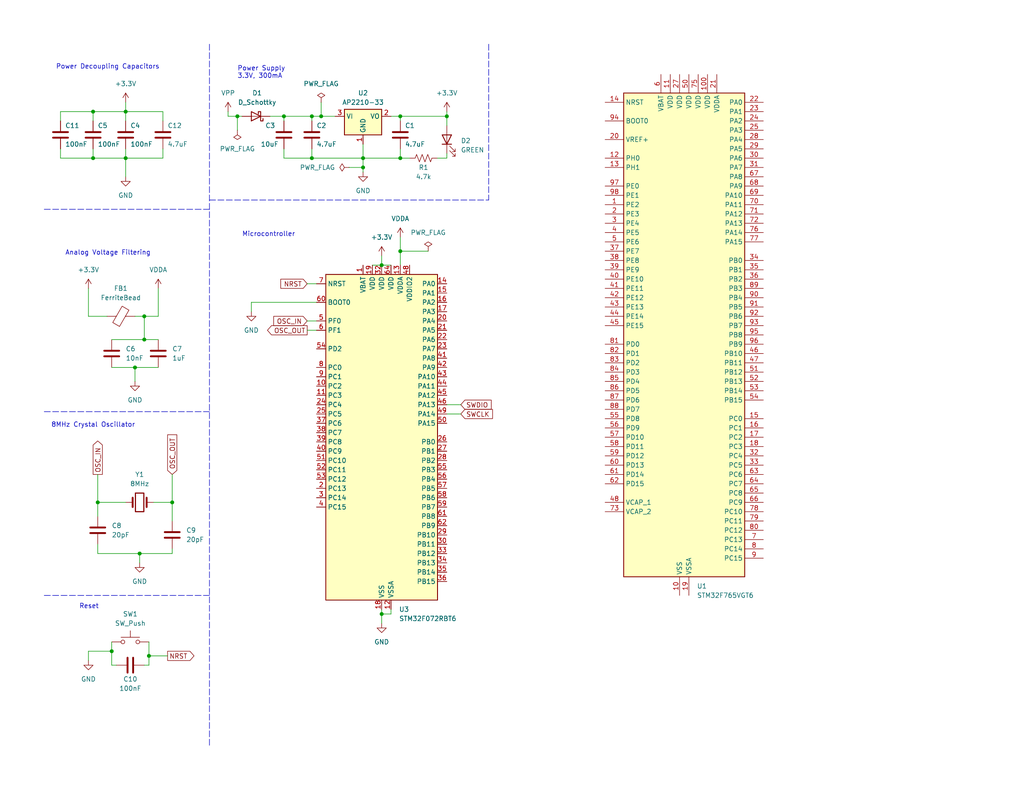
<source format=kicad_sch>
(kicad_sch (version 20230121) (generator eeschema)
  (paper "USLetter")
  (lib_symbols
    (symbol "Device:C" (pin_numbers hide) (pin_names (offset 0.254))
      (property "Reference" "C" (at 0.635 2.54 0))
      (property "Value" "C" (at 0.635 -2.54 0))
      (symbol "C_0_1"
        (polyline (pts (xy -2.032 -0.762) (xy 2.032 -0.762)) (stroke (width 0.508)))
        (polyline (pts (xy -2.032 0.762) (xy 2.032 0.762)) (stroke (width 0.508)))
      )
      (symbol "C_1_1"
        (pin passive line (at 0 3.81 270) (length 2.794) (name "~") (number "1"))
        (pin passive line (at 0 -3.81 90) (length 2.794) (name "~") (number "2"))
      )
    )
    (symbol "Device:Crystal" (pin_numbers hide) (pin_names (offset 1.016) hide)
      (property "Reference" "Y" (at 0 3.81 0))
      (property "Value" "Crystal" (at 0 -3.81 0))
      (symbol "Crystal_0_1"
        (rectangle (start -1.143 2.54) (end 1.143 -2.54) (stroke (width 0.3048)))
        (polyline (pts (xy -2.54 0) (xy -1.905 0)))
        (polyline (pts (xy -1.905 -1.27) (xy -1.905 1.27)) (stroke (width 0.508)))
        (polyline (pts (xy 1.905 -1.27) (xy 1.905 1.27)) (stroke (width 0.508)))
        (polyline (pts (xy 2.54 0) (xy 1.905 0)))
      )
      (symbol "Crystal_1_1"
        (pin passive line (at -3.81 0 0) (length 1.27) (name "1") (number "1"))
        (pin passive line (at 3.81 0 180) (length 1.27) (name "2") (number "2"))
      )
    )
    (symbol "Device:D_Schottky" (pin_numbers hide) (pin_names (offset 1.016) hide)
      (property "Reference" "D" (at 0 2.54 0))
      (property "Value" "D_Schottky" (at 0 -2.54 0))
      (symbol "D_Schottky_0_1"
        (polyline (pts (xy 1.27 0) (xy -1.27 0)))
        (polyline (pts (xy 1.27 1.27) (xy 1.27 -1.27) (xy -1.27 0) (xy 1.27 1.27)) (stroke (width 0.254)))
        (polyline (pts (xy -1.905 0.635) (xy -1.905 1.27) (xy -1.27 1.27) (xy -1.27 -1.27) (xy -0.635 -1.27) (xy -0.635 -0.635)) (stroke (width 0.254)))
      )
      (symbol "D_Schottky_1_1"
        (pin passive line (at -3.81 0 0) (length 2.54) (name "K") (number "1"))
        (pin passive line (at 3.81 0 180) (length 2.54) (name "A") (number "2"))
      )
    )
    (symbol "Device:FerriteBead" (pin_numbers hide) (pin_names (offset 0))
      (property "Reference" "FB" (at -3.81 0.635 90))
      (property "Value" "FerriteBead" (at 3.81 0 90))
      (symbol "FerriteBead_0_1"
        (polyline (pts (xy 0 -1.27) (xy 0 -1.2192)))
        (polyline (pts (xy 0 1.27) (xy 0 1.2954)))
        (polyline (pts (xy -2.7686 0.4064) (xy -1.7018 2.2606) (xy 2.7686 -0.3048) (xy 1.6764 -2.159) (xy -2.7686 0.4064)))
      )
      (symbol "FerriteBead_1_1"
        (pin passive line (at 0 3.81 270) (length 2.54) (name "~") (number "1"))
        (pin passive line (at 0 -3.81 90) (length 2.54) (name "~") (number "2"))
      )
    )
    (symbol "Device:LED" (pin_numbers hide) (pin_names (offset 1.016) hide)
      (property "Reference" "D" (at 0 2.54 0))
      (property "Value" "LED" (at 0 -2.54 0))
      (symbol "LED_0_1"
        (polyline (pts (xy -1.27 -1.27) (xy -1.27 1.27)) (stroke (width 0.254)))
        (polyline (pts (xy -1.27 0) (xy 1.27 0)))
        (polyline (pts (xy 1.27 -1.27) (xy 1.27 1.27) (xy -1.27 0) (xy 1.27 -1.27)) (stroke (width 0.254)))
        (polyline (pts (xy -3.048 -0.762) (xy -4.572 -2.286) (xy -3.81 -2.286) (xy -4.572 -2.286) (xy -4.572 -1.524)))
        (polyline (pts (xy -1.778 -0.762) (xy -3.302 -2.286) (xy -2.54 -2.286) (xy -3.302 -2.286) (xy -3.302 -1.524)))
      )
      (symbol "LED_1_1"
        (pin passive line (at -3.81 0 0) (length 2.54) (name "K") (number "1"))
        (pin passive line (at 3.81 0 180) (length 2.54) (name "A") (number "2"))
      )
    )
    (symbol "Device:R_US" (pin_numbers hide) (pin_names (offset 0))
      (property "Reference" "R" (at 2.54 0 90))
      (property "Value" "R_US" (at -2.54 0 90))
      (symbol "R_US_0_1"
        (polyline (pts (xy 0 -2.286) (xy 0 -2.54)))
        (polyline (pts (xy 0 2.286) (xy 0 2.54)))
        (polyline (pts (xy 0 -0.762) (xy 1.016 -1.143) (xy 0 -1.524) (xy -1.016 -1.905) (xy 0 -2.286)))
        (polyline (pts (xy 0 0.762) (xy 1.016 0.381) (xy 0 0) (xy -1.016 -0.381) (xy 0 -0.762)))
        (polyline (pts (xy 0 2.286) (xy 1.016 1.905) (xy 0 1.524) (xy -1.016 1.143) (xy 0 0.762)))
      )
      (symbol "R_US_1_1"
        (pin passive line (at 0 3.81 270) (length 1.27) (name "~") (number "1"))
        (pin passive line (at 0 -3.81 90) (length 1.27) (name "~") (number "2"))
      )
    )
    (symbol "MCU_ST_STM32F0:STM32F072RBTx"
      (property "Reference" "U" (at -15.24 46.99 0))
      (property "Value" "STM32F072RBTx" (at 10.16 46.99 0))
      (symbol "STM32F072RBTx_0_1"
        (rectangle (start -15.24 -43.18) (end 15.24 45.72) (stroke (width 0.254)) (fill (type background)))
      )
      (symbol "STM32F072RBTx_1_1"
        (pin power_in line (at -5.08 48.26 270) (length 2.54) (name "VBAT") (number "1"))
        (pin bidirectional line (at -17.78 15.24 0) (length 2.54) (name "PC2") (number "10"))
        (pin bidirectional line (at -17.78 12.7 0) (length 2.54) (name "PC3") (number "11"))
        (pin power_in line (at 2.54 -45.72 90) (length 2.54) (name "VSSA") (number "12"))
        (pin power_in line (at 5.08 48.26 270) (length 2.54) (name "VDDA") (number "13"))
        (pin bidirectional line (at 17.78 43.18 180) (length 2.54) (name "PA0") (number "14"))
        (pin bidirectional line (at 17.78 40.64 180) (length 2.54) (name "PA1") (number "15"))
        (pin bidirectional line (at 17.78 38.1 180) (length 2.54) (name "PA2") (number "16"))
        (pin bidirectional line (at 17.78 35.56 180) (length 2.54) (name "PA3") (number "17"))
        (pin power_in line (at 0 -45.72 90) (length 2.54) (name "VSS") (number "18"))
        (pin power_in line (at -2.54 48.26 270) (length 2.54) (name "VDD") (number "19"))
        (pin bidirectional line (at -17.78 -12.7 0) (length 2.54) (name "PC13") (number "2"))
        (pin bidirectional line (at 17.78 33.02 180) (length 2.54) (name "PA4") (number "20"))
        (pin bidirectional line (at 17.78 30.48 180) (length 2.54) (name "PA5") (number "21"))
        (pin bidirectional line (at 17.78 27.94 180) (length 2.54) (name "PA6") (number "22"))
        (pin bidirectional line (at 17.78 25.4 180) (length 2.54) (name "PA7") (number "23"))
        (pin bidirectional line (at -17.78 10.16 0) (length 2.54) (name "PC4") (number "24"))
        (pin bidirectional line (at -17.78 7.62 0) (length 2.54) (name "PC5") (number "25"))
        (pin bidirectional line (at 17.78 0 180) (length 2.54) (name "PB0") (number "26"))
        (pin bidirectional line (at 17.78 -2.54 180) (length 2.54) (name "PB1") (number "27"))
        (pin bidirectional line (at 17.78 -5.08 180) (length 2.54) (name "PB2") (number "28"))
        (pin bidirectional line (at 17.78 -25.4 180) (length 2.54) (name "PB10") (number "29"))
        (pin bidirectional line (at -17.78 -15.24 0) (length 2.54) (name "PC14") (number "3"))
        (pin bidirectional line (at 17.78 -27.94 180) (length 2.54) (name "PB11") (number "30"))
        (pin passive line (at 0 -45.72 90) (length 2.54) hide (name "VSS") (number "31"))
        (pin power_in line (at 0 48.26 270) (length 2.54) (name "VDD") (number "32"))
        (pin bidirectional line (at 17.78 -30.48 180) (length 2.54) (name "PB12") (number "33"))
        (pin bidirectional line (at 17.78 -33.02 180) (length 2.54) (name "PB13") (number "34"))
        (pin bidirectional line (at 17.78 -35.56 180) (length 2.54) (name "PB14") (number "35"))
        (pin bidirectional line (at 17.78 -38.1 180) (length 2.54) (name "PB15") (number "36"))
        (pin bidirectional line (at -17.78 5.08 0) (length 2.54) (name "PC6") (number "37"))
        (pin bidirectional line (at -17.78 2.54 0) (length 2.54) (name "PC7") (number "38"))
        (pin bidirectional line (at -17.78 0 0) (length 2.54) (name "PC8") (number "39"))
        (pin bidirectional line (at -17.78 -17.78 0) (length 2.54) (name "PC15") (number "4"))
        (pin bidirectional line (at -17.78 -2.54 0) (length 2.54) (name "PC9") (number "40"))
        (pin bidirectional line (at 17.78 22.86 180) (length 2.54) (name "PA8") (number "41"))
        (pin bidirectional line (at 17.78 20.32 180) (length 2.54) (name "PA9") (number "42"))
        (pin bidirectional line (at 17.78 17.78 180) (length 2.54) (name "PA10") (number "43"))
        (pin bidirectional line (at 17.78 15.24 180) (length 2.54) (name "PA11") (number "44"))
        (pin bidirectional line (at 17.78 12.7 180) (length 2.54) (name "PA12") (number "45"))
        (pin bidirectional line (at 17.78 10.16 180) (length 2.54) (name "PA13") (number "46"))
        (pin passive line (at 0 -45.72 90) (length 2.54) hide (name "VSS") (number "47"))
        (pin power_in line (at 7.62 48.26 270) (length 2.54) (name "VDDIO2") (number "48"))
        (pin bidirectional line (at 17.78 7.62 180) (length 2.54) (name "PA14") (number "49"))
        (pin bidirectional line (at -17.78 33.02 0) (length 2.54) (name "PF0") (number "5"))
        (pin bidirectional line (at 17.78 5.08 180) (length 2.54) (name "PA15") (number "50"))
        (pin bidirectional line (at -17.78 -5.08 0) (length 2.54) (name "PC10") (number "51"))
        (pin bidirectional line (at -17.78 -7.62 0) (length 2.54) (name "PC11") (number "52"))
        (pin bidirectional line (at -17.78 -10.16 0) (length 2.54) (name "PC12") (number "53"))
        (pin bidirectional line (at -17.78 25.4 0) (length 2.54) (name "PD2") (number "54"))
        (pin bidirectional line (at 17.78 -7.62 180) (length 2.54) (name "PB3") (number "55"))
        (pin bidirectional line (at 17.78 -10.16 180) (length 2.54) (name "PB4") (number "56"))
        (pin bidirectional line (at 17.78 -12.7 180) (length 2.54) (name "PB5") (number "57"))
        (pin bidirectional line (at 17.78 -15.24 180) (length 2.54) (name "PB6") (number "58"))
        (pin bidirectional line (at 17.78 -17.78 180) (length 2.54) (name "PB7") (number "59"))
        (pin bidirectional line (at -17.78 30.48 0) (length 2.54) (name "PF1") (number "6"))
        (pin input line (at -17.78 38.1 0) (length 2.54) (name "BOOT0") (number "60"))
        (pin bidirectional line (at 17.78 -20.32 180) (length 2.54) (name "PB8") (number "61"))
        (pin bidirectional line (at 17.78 -22.86 180) (length 2.54) (name "PB9") (number "62"))
        (pin passive line (at 0 -45.72 90) (length 2.54) hide (name "VSS") (number "63"))
        (pin power_in line (at 2.54 48.26 270) (length 2.54) (name "VDD") (number "64"))
        (pin input line (at -17.78 43.18 0) (length 2.54) (name "NRST") (number "7"))
        (pin bidirectional line (at -17.78 20.32 0) (length 2.54) (name "PC0") (number "8"))
        (pin bidirectional line (at -17.78 17.78 0) (length 2.54) (name "PC1") (number "9"))
      )
    )
    (symbol "MCU_ST_STM32F7:STM32F765VGTx"
      (property "Reference" "U" (at -15.24 67.31 0))
      (property "Value" "STM32F765VGTx" (at 12.7 67.31 0))
      (symbol "STM32F765VGTx_0_1"
        (rectangle (start -15.24 -66.04) (end 17.78 66.04) (stroke (width 0.254)) (fill (type background)))
      )
      (symbol "STM32F765VGTx_1_1"
        (pin bidirectional line (at -20.32 35.56 0) (length 5.08) (name "PE2") (number "1"))
        (pin power_in line (at 0 -71.12 90) (length 5.08) (name "VSS") (number "10"))
        (pin power_in line (at 7.62 71.12 270) (length 5.08) (name "VDD") (number "100"))
        (pin power_in line (at -2.54 71.12 270) (length 5.08) (name "VDD") (number "11"))
        (pin bidirectional line (at -20.32 48.26 0) (length 5.08) (name "PH0") (number "12"))
        (pin bidirectional line (at -20.32 45.72 0) (length 5.08) (name "PH1") (number "13"))
        (pin input line (at -20.32 63.5 0) (length 5.08) (name "NRST") (number "14"))
        (pin bidirectional line (at 22.86 -22.86 180) (length 5.08) (name "PC0") (number "15"))
        (pin bidirectional line (at 22.86 -25.4 180) (length 5.08) (name "PC1") (number "16"))
        (pin bidirectional line (at 22.86 -27.94 180) (length 5.08) (name "PC2") (number "17"))
        (pin bidirectional line (at 22.86 -30.48 180) (length 5.08) (name "PC3") (number "18"))
        (pin power_in line (at 2.54 -71.12 90) (length 5.08) (name "VSSA") (number "19"))
        (pin bidirectional line (at -20.32 33.02 0) (length 5.08) (name "PE3") (number "2"))
        (pin input line (at -20.32 53.34 0) (length 5.08) (name "VREF+") (number "20"))
        (pin power_in line (at 10.16 71.12 270) (length 5.08) (name "VDDA") (number "21"))
        (pin bidirectional line (at 22.86 63.5 180) (length 5.08) (name "PA0") (number "22"))
        (pin bidirectional line (at 22.86 60.96 180) (length 5.08) (name "PA1") (number "23"))
        (pin bidirectional line (at 22.86 58.42 180) (length 5.08) (name "PA2") (number "24"))
        (pin bidirectional line (at 22.86 55.88 180) (length 5.08) (name "PA3") (number "25"))
        (pin passive line (at 0 -71.12 90) (length 5.08) hide (name "VSS") (number "26"))
        (pin power_in line (at 0 71.12 270) (length 5.08) (name "VDD") (number "27"))
        (pin bidirectional line (at 22.86 53.34 180) (length 5.08) (name "PA4") (number "28"))
        (pin bidirectional line (at 22.86 50.8 180) (length 5.08) (name "PA5") (number "29"))
        (pin bidirectional line (at -20.32 30.48 0) (length 5.08) (name "PE4") (number "3"))
        (pin bidirectional line (at 22.86 48.26 180) (length 5.08) (name "PA6") (number "30"))
        (pin bidirectional line (at 22.86 45.72 180) (length 5.08) (name "PA7") (number "31"))
        (pin bidirectional line (at 22.86 -33.02 180) (length 5.08) (name "PC4") (number "32"))
        (pin bidirectional line (at 22.86 -35.56 180) (length 5.08) (name "PC5") (number "33"))
        (pin bidirectional line (at 22.86 20.32 180) (length 5.08) (name "PB0") (number "34"))
        (pin bidirectional line (at 22.86 17.78 180) (length 5.08) (name "PB1") (number "35"))
        (pin bidirectional line (at 22.86 15.24 180) (length 5.08) (name "PB2") (number "36"))
        (pin bidirectional line (at -20.32 22.86 0) (length 5.08) (name "PE7") (number "37"))
        (pin bidirectional line (at -20.32 20.32 0) (length 5.08) (name "PE8") (number "38"))
        (pin bidirectional line (at -20.32 17.78 0) (length 5.08) (name "PE9") (number "39"))
        (pin bidirectional line (at -20.32 27.94 0) (length 5.08) (name "PE5") (number "4"))
        (pin bidirectional line (at -20.32 15.24 0) (length 5.08) (name "PE10") (number "40"))
        (pin bidirectional line (at -20.32 12.7 0) (length 5.08) (name "PE11") (number "41"))
        (pin bidirectional line (at -20.32 10.16 0) (length 5.08) (name "PE12") (number "42"))
        (pin bidirectional line (at -20.32 7.62 0) (length 5.08) (name "PE13") (number "43"))
        (pin bidirectional line (at -20.32 5.08 0) (length 5.08) (name "PE14") (number "44"))
        (pin bidirectional line (at -20.32 2.54 0) (length 5.08) (name "PE15") (number "45"))
        (pin bidirectional line (at 22.86 -5.08 180) (length 5.08) (name "PB10") (number "46"))
        (pin bidirectional line (at 22.86 -7.62 180) (length 5.08) (name "PB11") (number "47"))
        (pin power_out line (at -20.32 -45.72 0) (length 5.08) (name "VCAP_1") (number "48"))
        (pin passive line (at 0 -71.12 90) (length 5.08) hide (name "VSS") (number "49"))
        (pin bidirectional line (at -20.32 25.4 0) (length 5.08) (name "PE6") (number "5"))
        (pin power_in line (at 2.54 71.12 270) (length 5.08) (name "VDD") (number "50"))
        (pin bidirectional line (at 22.86 -10.16 180) (length 5.08) (name "PB12") (number "51"))
        (pin bidirectional line (at 22.86 -12.7 180) (length 5.08) (name "PB13") (number "52"))
        (pin bidirectional line (at 22.86 -15.24 180) (length 5.08) (name "PB14") (number "53"))
        (pin bidirectional line (at 22.86 -17.78 180) (length 5.08) (name "PB15") (number "54"))
        (pin bidirectional line (at -20.32 -22.86 0) (length 5.08) (name "PD8") (number "55"))
        (pin bidirectional line (at -20.32 -25.4 0) (length 5.08) (name "PD9") (number "56"))
        (pin bidirectional line (at -20.32 -27.94 0) (length 5.08) (name "PD10") (number "57"))
        (pin bidirectional line (at -20.32 -30.48 0) (length 5.08) (name "PD11") (number "58"))
        (pin bidirectional line (at -20.32 -33.02 0) (length 5.08) (name "PD12") (number "59"))
        (pin power_in line (at -5.08 71.12 270) (length 5.08) (name "VBAT") (number "6"))
        (pin bidirectional line (at -20.32 -35.56 0) (length 5.08) (name "PD13") (number "60"))
        (pin bidirectional line (at -20.32 -38.1 0) (length 5.08) (name "PD14") (number "61"))
        (pin bidirectional line (at -20.32 -40.64 0) (length 5.08) (name "PD15") (number "62"))
        (pin bidirectional line (at 22.86 -38.1 180) (length 5.08) (name "PC6") (number "63"))
        (pin bidirectional line (at 22.86 -40.64 180) (length 5.08) (name "PC7") (number "64"))
        (pin bidirectional line (at 22.86 -43.18 180) (length 5.08) (name "PC8") (number "65"))
        (pin bidirectional line (at 22.86 -45.72 180) (length 5.08) (name "PC9") (number "66"))
        (pin bidirectional line (at 22.86 43.18 180) (length 5.08) (name "PA8") (number "67"))
        (pin bidirectional line (at 22.86 40.64 180) (length 5.08) (name "PA9") (number "68"))
        (pin bidirectional line (at 22.86 38.1 180) (length 5.08) (name "PA10") (number "69"))
        (pin bidirectional line (at 22.86 -55.88 180) (length 5.08) (name "PC13") (number "7"))
        (pin bidirectional line (at 22.86 35.56 180) (length 5.08) (name "PA11") (number "70"))
        (pin bidirectional line (at 22.86 33.02 180) (length 5.08) (name "PA12") (number "71"))
        (pin bidirectional line (at 22.86 30.48 180) (length 5.08) (name "PA13") (number "72"))
        (pin power_out line (at -20.32 -48.26 0) (length 5.08) (name "VCAP_2") (number "73"))
        (pin passive line (at 0 -71.12 90) (length 5.08) hide (name "VSS") (number "74"))
        (pin power_in line (at 5.08 71.12 270) (length 5.08) (name "VDD") (number "75"))
        (pin bidirectional line (at 22.86 27.94 180) (length 5.08) (name "PA14") (number "76"))
        (pin bidirectional line (at 22.86 25.4 180) (length 5.08) (name "PA15") (number "77"))
        (pin bidirectional line (at 22.86 -48.26 180) (length 5.08) (name "PC10") (number "78"))
        (pin bidirectional line (at 22.86 -50.8 180) (length 5.08) (name "PC11") (number "79"))
        (pin bidirectional line (at 22.86 -58.42 180) (length 5.08) (name "PC14") (number "8"))
        (pin bidirectional line (at 22.86 -53.34 180) (length 5.08) (name "PC12") (number "80"))
        (pin bidirectional line (at -20.32 -2.54 0) (length 5.08) (name "PD0") (number "81"))
        (pin bidirectional line (at -20.32 -5.08 0) (length 5.08) (name "PD1") (number "82"))
        (pin bidirectional line (at -20.32 -7.62 0) (length 5.08) (name "PD2") (number "83"))
        (pin bidirectional line (at -20.32 -10.16 0) (length 5.08) (name "PD3") (number "84"))
        (pin bidirectional line (at -20.32 -12.7 0) (length 5.08) (name "PD4") (number "85"))
        (pin bidirectional line (at -20.32 -15.24 0) (length 5.08) (name "PD5") (number "86"))
        (pin bidirectional line (at -20.32 -17.78 0) (length 5.08) (name "PD6") (number "87"))
        (pin bidirectional line (at -20.32 -20.32 0) (length 5.08) (name "PD7") (number "88"))
        (pin bidirectional line (at 22.86 12.7 180) (length 5.08) (name "PB3") (number "89"))
        (pin bidirectional line (at 22.86 -60.96 180) (length 5.08) (name "PC15") (number "9"))
        (pin bidirectional line (at 22.86 10.16 180) (length 5.08) (name "PB4") (number "90"))
        (pin bidirectional line (at 22.86 7.62 180) (length 5.08) (name "PB5") (number "91"))
        (pin bidirectional line (at 22.86 5.08 180) (length 5.08) (name "PB6") (number "92"))
        (pin bidirectional line (at 22.86 2.54 180) (length 5.08) (name "PB7") (number "93"))
        (pin input line (at -20.32 58.42 0) (length 5.08) (name "BOOT0") (number "94"))
        (pin bidirectional line (at 22.86 0 180) (length 5.08) (name "PB8") (number "95"))
        (pin bidirectional line (at 22.86 -2.54 180) (length 5.08) (name "PB9") (number "96"))
        (pin bidirectional line (at -20.32 40.64 0) (length 5.08) (name "PE0") (number "97"))
        (pin bidirectional line (at -20.32 38.1 0) (length 5.08) (name "PE1") (number "98"))
        (pin passive line (at 0 -71.12 90) (length 5.08) hide (name "VSS") (number "99"))
      )
    )
    (symbol "Regulator_Linear:AP1117-33"
      (property "Reference" "U" (at -3.81 3.175 0))
      (property "Value" "AP1117-33" (at 0 3.175 0))
      (symbol "AP1117-33_0_1"
        (rectangle (start -5.08 -5.08) (end 5.08 1.905) (stroke (width 0.254)) (fill (type background)))
      )
      (symbol "AP1117-33_1_1"
        (pin power_in line (at 0 -7.62 90) (length 2.54) (name "GND") (number "1"))
        (pin power_out line (at 7.62 0 180) (length 2.54) (name "VO") (number "2"))
        (pin power_in line (at -7.62 0 0) (length 2.54) (name "VI") (number "3"))
      )
    )
    (symbol "Switch:SW_Push" (pin_numbers hide) (pin_names (offset 1.016) hide)
      (property "Reference" "SW" (at 1.27 2.54 0))
      (property "Value" "SW_Push" (at 0 -1.524 0))
      (symbol "SW_Push_0_1"
        (circle (center -2.032 0) (radius 0.508))
        (polyline (pts (xy 0 1.27) (xy 0 3.048)))
        (polyline (pts (xy 2.54 1.27) (xy -2.54 1.27)))
        (circle (center 2.032 0) (radius 0.508))
        (pin passive line (at -5.08 0 0) (length 2.54) (name "1") (number "1"))
        (pin passive line (at 5.08 0 180) (length 2.54) (name "2") (number "2"))
      )
    )
    (symbol "power:+3.3V" (power) (pin_names (offset 0))
      (property "Value" "+3.3V" (at 0 3.556 0))
      (symbol "+3.3V_0_1"
        (polyline (pts (xy -0.762 1.27) (xy 0 2.54)))
        (polyline (pts (xy 0 0) (xy 0 2.54)))
        (polyline (pts (xy 0 2.54) (xy 0.762 1.27)))
      )
      (symbol "+3.3V_1_1"
        (pin power_in line (at 0 0 90) (length 0) hide (name "+3.3V") (number "1"))
      )
    )
    (symbol "power:GND" (power) (pin_names (offset 0))
      (property "Value" "GND" (at 0 -3.81 0))
      (symbol "GND_0_1"
        (polyline (pts (xy 0 0) (xy 0 -1.27) (xy 1.27 -1.27) (xy 0 -2.54) (xy -1.27 -1.27) (xy 0 -1.27)))
      )
      (symbol "GND_1_1"
        (pin power_in line (at 0 0 270) (length 0) hide (name "GND") (number "1"))
      )
    )
    (symbol "power:PWR_FLAG" (power) (pin_numbers hide) (pin_names (offset 0) hide)
      (property "Value" "PWR_FLAG" (at 0 3.81 0))
      (symbol "PWR_FLAG_0_0"
        (pin power_out line (at 0 0 90) (length 0) (name "pwr") (number "1"))
      )
      (symbol "PWR_FLAG_0_1"
        (polyline (pts (xy 0 0) (xy 0 1.27) (xy -1.016 1.905) (xy 0 2.54) (xy 1.016 1.905) (xy 0 1.27)))
      )
    )
    (symbol "power:VDDA" (power) (pin_names (offset 0))
      (property "Value" "VDDA" (at 0 3.81 0))
      (symbol "VDDA_0_1"
        (polyline (pts (xy -0.762 1.27) (xy 0 2.54)))
        (polyline (pts (xy 0 0) (xy 0 2.54)))
        (polyline (pts (xy 0 2.54) (xy 0.762 1.27)))
      )
      (symbol "VDDA_1_1"
        (pin power_in line (at 0 0 90) (length 0) hide (name "VDDA") (number "1"))
      )
    )
    (symbol "power:VPP" (power) (pin_names (offset 0))
      (property "Value" "VPP" (at 0 3.81 0))
      (symbol "VPP_0_1"
        (polyline (pts (xy -0.762 1.27) (xy 0 2.54)))
        (polyline (pts (xy 0 0) (xy 0 2.54)))
        (polyline (pts (xy 0 2.54) (xy 0.762 1.27)))
      )
      (symbol "VPP_1_1"
        (pin power_in line (at 0 0 90) (length 0) hide (name "VPP") (number "1"))
      )
    )
  )
  (junction (at 109.22 68.58))
  (junction (at 25.4 30.48))
  (junction (at 77.47 31.75))
  (junction (at 40.64 179.07))
  (junction (at 104.14 72.39))
  (junction (at 87.63 31.75))
  (junction (at 99.06 45.72))
  (junction (at 85.09 31.75))
  (junction (at 46.99 137.16))
  (junction (at 64.77 31.75))
  (junction (at 26.67 137.16))
  (junction (at 39.37 86.36))
  (junction (at 85.09 43.18))
  (junction (at 104.14 167.64))
  (junction (at 34.29 30.48))
  (junction (at 39.37 92.71))
  (junction (at 99.06 43.18))
  (junction (at 121.92 31.75))
  (junction (at 34.29 43.18))
  (junction (at 36.83 100.33))
  (junction (at 109.22 31.75))
  (junction (at 38.1 151.13))
  (junction (at 25.4 43.18))
  (junction (at 109.22 43.18))
  (junction (at 30.48 177.8))
  (wire (pts (xy 109.22 40.64) (xy 109.22 43.18)))
  (wire (pts (xy 24.13 177.8) (xy 30.48 177.8)))
  (wire (pts (xy 40.64 179.07) (xy 45.72 179.07)))
  (wire (pts (xy 25.4 33.02) (xy 25.4 30.48)))
  (wire (pts (xy 121.92 43.18) (xy 121.92 41.91)))
  (polyline (pts (xy 57.15 54.61) (xy 133.35 54.61)) (stroke (width 0) (type dash)))
  (wire (pts (xy 34.29 27.94) (xy 34.29 30.48)))
  (wire (pts (xy 30.48 177.8) (xy 30.48 181.61)))
  (wire (pts (xy 26.67 137.16) (xy 34.29 137.16)))
  (wire (pts (xy 99.06 43.18) (xy 99.06 39.37)))
  (wire (pts (xy 106.68 167.64) (xy 104.14 167.64)))
  (wire (pts (xy 34.29 30.48) (xy 44.45 30.48)))
  (wire (pts (xy 109.22 43.18) (xy 111.76 43.18)))
  (wire (pts (xy 16.51 30.48) (xy 16.51 33.02)))
  (wire (pts (xy 25.4 30.48) (xy 16.51 30.48)))
  (wire (pts (xy 99.06 43.18) (xy 99.06 45.72)))
  (wire (pts (xy 30.48 92.71) (xy 39.37 92.71)))
  (wire (pts (xy 106.68 31.75) (xy 109.22 31.75)))
  (wire (pts (xy 73.66 31.75) (xy 77.47 31.75)))
  (wire (pts (xy 109.22 43.18) (xy 99.06 43.18)))
  (wire (pts (xy 62.23 31.75) (xy 64.77 31.75)))
  (wire (pts (xy 121.92 30.48) (xy 121.92 31.75)))
  (wire (pts (xy 121.92 31.75) (xy 109.22 31.75)))
  (wire (pts (xy 85.09 31.75) (xy 85.09 33.02)))
  (wire (pts (xy 101.6 72.39) (xy 104.14 72.39)))
  (wire (pts (xy 39.37 181.61) (xy 40.64 181.61)))
  (wire (pts (xy 121.92 110.49) (xy 125.73 110.49)))
  (wire (pts (xy 109.22 68.58) (xy 109.22 72.39)))
  (wire (pts (xy 25.4 30.48) (xy 34.29 30.48)))
  (wire (pts (xy 104.14 72.39) (xy 106.68 72.39)))
  (wire (pts (xy 62.23 30.48) (xy 62.23 31.75)))
  (wire (pts (xy 44.45 30.48) (xy 44.45 33.02)))
  (wire (pts (xy 83.82 90.17) (xy 86.36 90.17)))
  (wire (pts (xy 30.48 181.61) (xy 31.75 181.61)))
  (wire (pts (xy 26.67 129.54) (xy 26.67 137.16)))
  (wire (pts (xy 77.47 43.18) (xy 85.09 43.18)))
  (polyline (pts (xy 12.065 57.15) (xy 57.15 57.15)) (stroke (width 0) (type dash)))
  (wire (pts (xy 39.37 92.71) (xy 43.18 92.71)))
  (polyline (pts (xy 133.35 12.065) (xy 133.35 54.61)) (stroke (width 0) (type dash)))
  (wire (pts (xy 86.36 82.55) (xy 68.58 82.55)))
  (wire (pts (xy 24.13 86.36) (xy 24.13 78.74)))
  (wire (pts (xy 119.38 43.18) (xy 121.92 43.18)))
  (wire (pts (xy 87.63 27.94) (xy 87.63 31.75)))
  (wire (pts (xy 25.4 43.18) (xy 34.29 43.18)))
  (wire (pts (xy 64.77 31.75) (xy 66.04 31.75)))
  (wire (pts (xy 34.29 43.18) (xy 34.29 40.64)))
  (wire (pts (xy 83.82 77.47) (xy 86.36 77.47)))
  (wire (pts (xy 30.48 100.33) (xy 36.83 100.33)))
  (wire (pts (xy 34.29 30.48) (xy 34.29 33.02)))
  (polyline (pts (xy 12.065 162.56) (xy 57.15 162.56)) (stroke (width 0) (type dash)))
  (wire (pts (xy 36.83 100.33) (xy 36.83 104.14)))
  (wire (pts (xy 30.48 175.26) (xy 30.48 177.8)))
  (wire (pts (xy 95.25 45.72) (xy 99.06 45.72)))
  (wire (pts (xy 109.22 64.77) (xy 109.22 68.58)))
  (wire (pts (xy 77.47 31.75) (xy 77.47 33.02)))
  (wire (pts (xy 83.82 87.63) (xy 86.36 87.63)))
  (wire (pts (xy 64.77 31.75) (xy 64.77 35.56)))
  (wire (pts (xy 24.13 180.34) (xy 24.13 177.8)))
  (wire (pts (xy 121.92 31.75) (xy 121.92 34.29)))
  (wire (pts (xy 109.22 68.58) (xy 116.84 68.58)))
  (wire (pts (xy 85.09 43.18) (xy 99.06 43.18)))
  (wire (pts (xy 121.92 113.03) (xy 125.73 113.03)))
  (wire (pts (xy 104.14 69.85) (xy 104.14 72.39)))
  (wire (pts (xy 46.99 151.13) (xy 46.99 149.86)))
  (wire (pts (xy 40.64 181.61) (xy 40.64 179.07)))
  (wire (pts (xy 43.18 78.74) (xy 43.18 86.36)))
  (wire (pts (xy 77.47 40.64) (xy 77.47 43.18)))
  (wire (pts (xy 85.09 31.75) (xy 87.63 31.75)))
  (wire (pts (xy 46.99 137.16) (xy 46.99 142.24)))
  (wire (pts (xy 77.47 31.75) (xy 85.09 31.75)))
  (wire (pts (xy 41.91 137.16) (xy 46.99 137.16)))
  (wire (pts (xy 68.58 82.55) (xy 68.58 85.09)))
  (wire (pts (xy 26.67 151.13) (xy 38.1 151.13)))
  (wire (pts (xy 39.37 86.36) (xy 39.37 92.71)))
  (wire (pts (xy 38.1 151.13) (xy 46.99 151.13)))
  (wire (pts (xy 46.99 129.54) (xy 46.99 137.16)))
  (wire (pts (xy 44.45 40.64) (xy 44.45 43.18)))
  (wire (pts (xy 109.22 31.75) (xy 109.22 33.02)))
  (wire (pts (xy 38.1 151.13) (xy 38.1 153.67)))
  (wire (pts (xy 29.21 86.36) (xy 24.13 86.36)))
  (wire (pts (xy 87.63 31.75) (xy 91.44 31.75)))
  (wire (pts (xy 25.4 40.64) (xy 25.4 43.18)))
  (wire (pts (xy 85.09 40.64) (xy 85.09 43.18)))
  (wire (pts (xy 106.68 166.37) (xy 106.68 167.64)))
  (wire (pts (xy 104.14 167.64) (xy 104.14 170.18)))
  (wire (pts (xy 26.67 148.59) (xy 26.67 151.13)))
  (wire (pts (xy 99.06 45.72) (xy 99.06 46.99)))
  (wire (pts (xy 25.4 43.18) (xy 16.51 43.18)))
  (wire (pts (xy 40.64 179.07) (xy 40.64 175.26)))
  (wire (pts (xy 104.14 166.37) (xy 104.14 167.64)))
  (wire (pts (xy 36.83 86.36) (xy 39.37 86.36)))
  (wire (pts (xy 44.45 43.18) (xy 34.29 43.18)))
  (wire (pts (xy 36.83 100.33) (xy 43.18 100.33)))
  (wire (pts (xy 26.67 140.97) (xy 26.67 137.16)))
  (wire (pts (xy 39.37 86.36) (xy 43.18 86.36)))
  (wire (pts (xy 34.29 43.18) (xy 34.29 48.26)))
  (polyline (pts (xy 12.065 112.395) (xy 57.15 112.395)) (stroke (width 0) (type dash)))
  (wire (pts (xy 16.51 43.18) (xy 16.51 40.64)))
  (polyline (pts (xy 57.15 12.065) (xy 57.15 203.835)) (stroke (width 0) (type dash)))
  (text "Analog Voltage Filtering" (at 17.78 69.85 0) (effects (font (size 1.27 1.27)) (justify left bottom)))
  (text "Reset" (at 21.59 166.37 0) (effects (font (size 1.27 1.27)) (justify left bottom)))
  (text "Power Decoupling Capacitors" (at 15.24 19.05 0) (effects (font (size 1.27 1.27)) (justify left bottom)))
  (text "Power Supply\n3.3V, 300mA" (at 64.77 21.59 0) (effects (font (size 1.27 1.27)) (justify left bottom)))
  (text "Microcontroller" (at 66.04 64.77 0) (effects (font (size 1.27 1.27)) (justify left bottom)))
  (text "8MHz Crystal Oscillator" (at 13.97 116.84 0) (effects (font (size 1.27 1.27)) (justify left bottom)))
  (global_label "SWDIO" (shape input) (at 125.73 110.49 0) (property "Intersheetrefs" "${INTERSHEET_REFS}" (effects hide)))
  (global_label "OSC_OUT" (shape output) (at 83.82 90.17 180) (property "Intersheetrefs" "${INTERSHEET_REFS}" (effects hide)))
  (global_label "SWCLK" (shape input) (at 125.73 113.03 0) (property "Intersheetrefs" "${INTERSHEET_REFS}" (effects hide)))
  (global_label "NRST" (shape input) (at 83.82 77.47 180) (property "Intersheetrefs" "${INTERSHEET_REFS}" (effects hide)))
  (global_label "NRST" (shape output) (at 45.72 179.07 0) (property "Intersheetrefs" "${INTERSHEET_REFS}" (effects hide)))
  (global_label "OSC_IN" (shape output) (at 26.67 129.54 90) (property "Intersheetrefs" "${INTERSHEET_REFS}" (effects hide)))
  (global_label "OSC_OUT" (shape input) (at 46.99 129.54 90) (property "Intersheetrefs" "${INTERSHEET_REFS}" (effects hide)))
  (global_label "OSC_IN" (shape input) (at 83.82 87.63 180) (property "Intersheetrefs" "${INTERSHEET_REFS}" (effects hide)))
  (symbol (lib_id "Device:C") (at 35.56 181.61 90) (unit 1)
    (property "Reference" "C10" (at 35.56 185.42 90))
    (property "Value" "100nF" (at 35.56 187.96 90))
  )
  (symbol (lib_id "Device:C") (at 30.48 96.52 0) (unit 1)
    (property "Reference" "C6" (at 34.29 95.25 0) (effects (justify left)))
    (property "Value" "10nF" (at 34.29 97.79 0) (effects (justify left)))
  )
  (symbol (lib_id "power:GND") (at 68.58 85.09 0) (unit 1)
    (property "Reference" "#PWR012" (effects hide))
    (property "Value" "GND" (at 68.58 90.17 0))
  )
  (symbol (lib_id "power:VPP") (at 62.23 30.48 0) (unit 1)
    (property "Reference" "#PWR01" (effects hide))
    (property "Value" "VPP" (at 62.23 25.4 0))
  )
  (symbol (lib_id "Regulator_Linear:AP1117-33") (at 99.06 31.75 0) (unit 1)
    (property "Reference" "U2" (at 99.06 25.4 0))
    (property "Value" "AP2210-33" (at 99.06 27.94 0))
    (property "Footprint" "RoboRacing:SOT-23-3" (effects hide))
    (property "Datasheet" "http://www.diodes.com/assets/datasheets/AP2210.pdf" (effects hide))
  )
  (symbol (lib_id "Device:C") (at 46.99 146.05 0) (unit 1)
    (property "Reference" "C9" (at 50.8 144.78 0) (effects (justify left)))
    (property "Value" "20pF" (at 50.8 147.32 0) (effects (justify left)))
  )
  (symbol (lib_id "power:GND") (at 24.13 180.34 0) (unit 1)
    (property "Reference" "#PWR014" (effects hide))
    (property "Value" "GND" (at 24.13 185.42 0))
  )
  (symbol (lib_id "power:PWR_FLAG") (at 116.84 68.58 0) (unit 1)
    (property "Reference" "#FLG01" (effects hide))
    (property "Value" "PWR_FLAG" (at 116.84 63.5 0))
  )
  (symbol (lib_id "power:PWR_FLAG") (at 95.25 45.72 90) (unit 1)
    (property "Reference" "#FLG04" (effects hide))
    (property "Value" "PWR_FLAG" (at 91.44 45.72 90) (effects (justify left)))
  )
  (symbol (lib_id "power:VDDA") (at 109.22 64.77 0) (unit 1)
    (property "Reference" "#PWR08" (effects hide))
    (property "Value" "VDDA" (at 109.22 59.69 0))
  )
  (symbol (lib_id "power:GND") (at 99.06 46.99 0) (unit 1)
    (property "Reference" "#PWR03" (effects hide))
    (property "Value" "GND" (at 99.06 52.07 0))
  )
  (symbol (lib_id "Device:C") (at 26.67 144.78 0) (unit 1)
    (property "Reference" "C8" (at 30.48 143.51 0) (effects (justify left)))
    (property "Value" "20pF" (at 30.48 146.05 0) (effects (justify left)))
  )
  (symbol (lib_id "Switch:SW_Push") (at 35.56 175.26 0) (unit 1)
    (property "Reference" "SW1" (at 35.56 167.64 0))
    (property "Value" "SW_Push" (at 35.56 170.18 0))
  )
  (symbol (lib_id "power:GND") (at 36.83 104.14 0) (unit 1)
    (property "Reference" "#PWR011" (effects hide))
    (property "Value" "GND" (at 36.83 109.22 0))
  )
  (symbol (lib_id "Device:C") (at 34.29 36.83 0) (unit 1)
    (property "Reference" "C4" (at 35.56 34.29 0) (effects (justify left)))
    (property "Value" "100nF" (at 35.56 39.37 0) (effects (justify left)))
  )
  (symbol (lib_id "power:GND") (at 34.29 48.26 0) (unit 1)
    (property "Reference" "#PWR05" (effects hide))
    (property "Value" "GND" (at 34.29 53.34 0))
  )
  (symbol (lib_id "Device:C") (at 25.4 36.83 0) (unit 1)
    (property "Reference" "C5" (at 26.67 34.29 0) (effects (justify left)))
    (property "Value" "100nF" (at 26.67 39.37 0) (effects (justify left)))
  )
  (symbol (lib_id "Device:C") (at 43.18 96.52 0) (unit 1)
    (property "Reference" "C7" (at 46.99 95.25 0) (effects (justify left)))
    (property "Value" "1uF" (at 46.99 97.79 0) (effects (justify left)))
  )
  (symbol (lib_id "power:PWR_FLAG") (at 87.63 27.94 0) (unit 1)
    (property "Reference" "#FLG03" (effects hide))
    (property "Value" "PWR_FLAG" (at 87.63 22.86 0))
  )
  (symbol (lib_id "Device:C") (at 44.45 36.83 0) (unit 1)
    (property "Reference" "C12" (at 45.72 34.29 0) (effects (justify left)))
    (property "Value" "4.7uF" (at 45.72 39.37 0) (effects (justify left)))
  )
  (symbol (lib_id "power:GND") (at 38.1 153.67 0) (unit 1)
    (property "Reference" "#PWR013" (effects hide))
    (property "Value" "GND" (at 38.1 158.75 0))
  )
  (symbol (lib_id "Device:C") (at 85.09 36.83 0) (unit 1)
    (property "Reference" "C2" (at 86.36 34.29 0) (effects (justify left)))
    (property "Value" "4.7uF" (at 86.36 39.37 0) (effects (justify left)))
  )
  (symbol (lib_id "power:PWR_FLAG") (at 64.77 35.56 180) (unit 1)
    (property "Reference" "#FLG02" (effects hide))
    (property "Value" "PWR_FLAG" (at 64.77 40.64 0))
  )
  (symbol (lib_id "power:VDDA") (at 43.18 78.74 0) (unit 1)
    (property "Reference" "#PWR09" (effects hide))
    (property "Value" "VDDA" (at 43.18 73.66 0))
  )
  (symbol (lib_id "Device:C") (at 16.51 36.83 0) (unit 1)
    (property "Reference" "C11" (at 17.78 34.29 0) (effects (justify left)))
    (property "Value" "100nF" (at 17.78 39.37 0) (effects (justify left)))
  )
  (symbol (lib_id "Device:D_Schottky") (at 69.85 31.75 180) (unit 1)
    (property "Reference" "D1" (at 70.1675 25.4 0))
    (property "Value" "D_Schottky" (at 70.1675 27.94 0))
  )
  (symbol (lib_id "Device:R_US") (at 115.57 43.18 90) (unit 1)
    (property "Reference" "R1" (at 115.57 45.72 90))
    (property "Value" "4.7k" (at 115.57 48.26 90))
  )
  (symbol (lib_id "Device:Crystal") (at 38.1 137.16 0) (unit 1)
    (property "Reference" "Y1" (at 38.1 129.54 0))
    (property "Value" "8MHz" (at 38.1 132.08 0))
  )
  (symbol (lib_id "Device:FerriteBead") (at 33.02 86.36 90) (unit 1)
    (property "Reference" "FB1" (at 32.9692 78.74 90))
    (property "Value" "FerriteBead" (at 32.9692 81.28 90))
  )
  (symbol (lib_id "Device:C") (at 77.47 36.83 0) (unit 1)
    (property "Reference" "C3" (at 72.39 34.29 0) (effects (justify left)))
    (property "Value" "10uF" (at 71.12 39.37 0) (effects (justify left)))
  )
  (symbol (lib_id "power:+3.3V") (at 24.13 78.74 0) (unit 1)
    (property "Reference" "#PWR010" (effects hide))
    (property "Value" "+3.3V" (at 24.13 73.66 0))
  )
  (symbol (lib_id "Device:LED") (at 121.92 38.1 90) (unit 1)
    (property "Reference" "D2" (at 125.73 38.4175 90) (effects (justify right)))
    (property "Value" "GREEN" (at 125.73 40.9575 90) (effects (justify right)))
  )
  (symbol (lib_id "power:+3.3V") (at 34.29 27.94 0) (unit 1)
    (property "Reference" "#PWR04" (effects hide))
    (property "Value" "+3.3V" (at 34.29 22.86 0))
  )
  (symbol (lib_id "MCU_ST_STM32F7:STM32F765VGTx") (at 185.42 91.44 0) (unit 1)
    (property "Reference" "U1" (at 190.1541 160.02 0) (effects (justify left)))
    (property "Value" "STM32F765VGT6" (at 190.1541 162.56 0) (effects (justify left)))
    (property "Footprint" "Package_QFP:LQFP-100_14x14mm_P0.5mm" (effects hide))
    (property "Datasheet" "https://www.st.com/resource/en/datasheet/stm32f765vg.pdf" (effects hide))
  )
  (symbol (lib_id "power:GND") (at 104.14 170.18 0) (unit 1)
    (property "Reference" "#PWR07" (effects hide))
    (property "Value" "GND" (at 104.14 175.26 0))
  )
  (symbol (lib_id "power:+3.3V") (at 121.92 30.48 0) (unit 1)
    (property "Reference" "#PWR02" (effects hide))
    (property "Value" "+3.3V" (at 121.92 25.4 0))
  )
  (symbol (lib_id "Device:C") (at 109.22 36.83 0) (unit 1)
    (property "Reference" "C1" (at 110.49 34.29 0) (effects (justify left)))
    (property "Value" "4.7uF" (at 110.49 39.37 0) (effects (justify left)))
  )
  (symbol (lib_id "MCU_ST_STM32F0:STM32F072RBTx") (at 104.14 120.65 0) (unit 1)
    (property "Reference" "U3" (at 108.8741 166.37 0) (effects (justify left)))
    (property "Value" "STM32F072RBT6" (at 108.8741 168.91 0) (effects (justify left)))
    (property "Footprint" "Package_QFP:LQFP-64_10x10mm_P0.5mm" (effects hide))
    (property "Datasheet" "https://www.st.com/resource/en/datasheet/stm32f072rb.pdf" (effects hide))
  )
  (symbol (lib_id "power:+3.3V") (at 104.14 69.85 0) (unit 1)
    (property "Reference" "#PWR06" (effects hide))
    (property "Value" "+3.3V" (at 104.14 64.77 0))
  )
)
</source>
